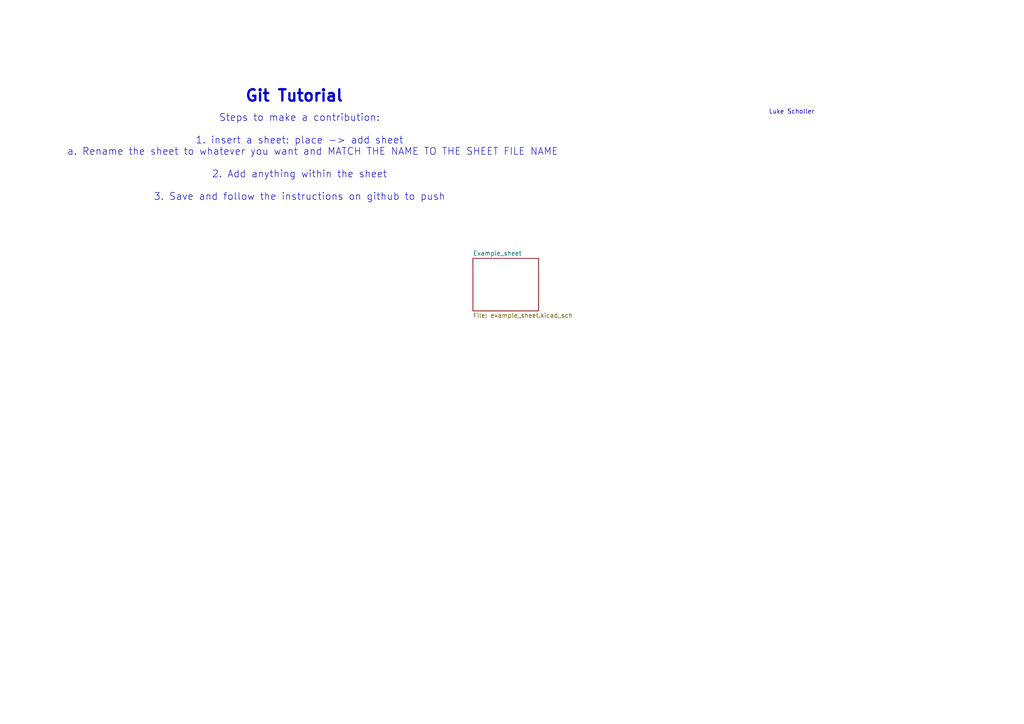
<source format=kicad_sch>
(kicad_sch
	(version 20250114)
	(generator "eeschema")
	(generator_version "9.0")
	(uuid "33790941-c5f1-475c-b881-31b2af4cb1ae")
	(paper "A4")
	(lib_symbols)
	(text "Steps to make a contribution:\n\n1. insert a sheet: place -> add sheet\n	a. Rename the sheet to whatever you want and MATCH THE NAME TO THE SHEET FILE NAME\n\n2. Add anything within the sheet\n\n3. Save and follow the instructions on github to push"
		(exclude_from_sim no)
		(at 86.868 45.72 0)
		(effects
			(font
				(size 2.032 2.032)
			)
		)
		(uuid "334d4ff0-9a31-4a88-916f-6eb908ea7326")
	)
	(text "Git Tutorial"
		(exclude_from_sim no)
		(at 85.344 27.94 0)
		(effects
			(font
				(size 3.302 3.302)
				(thickness 0.6604)
				(bold yes)
			)
		)
		(uuid "885ca54f-54fc-4cd4-b9b7-d635b68d12ec")
	)
	(text "Luke Scholler"
		(exclude_from_sim no)
		(at 229.616 32.512 0)
		(effects
			(font
				(size 1.27 1.27)
			)
		)
		(uuid "8fe90821-c2d0-461f-bd73-b9da98c48ebb")
	)
	(sheet
		(at 137.16 74.93)
		(size 19.05 15.24)
		(exclude_from_sim no)
		(in_bom yes)
		(on_board yes)
		(dnp no)
		(fields_autoplaced yes)
		(stroke
			(width 0.1524)
			(type solid)
		)
		(fill
			(color 0 0 0 0.0000)
		)
		(uuid "372e97f7-b98c-457f-9219-37793ecd52e1")
		(property "Sheetname" "Example_sheet"
			(at 137.16 74.2184 0)
			(effects
				(font
					(size 1.27 1.27)
				)
				(justify left bottom)
			)
		)
		(property "Sheetfile" "example_sheet.kicad_sch"
			(at 137.16 90.7546 0)
			(effects
				(font
					(size 1.27 1.27)
				)
				(justify left top)
			)
		)
		(instances
			(project "Git_Tutorial"
				(path "/33790941-c5f1-475c-b881-31b2af4cb1ae"
					(page "2")
				)
			)
		)
	)
	(sheet_instances
		(path "/"
			(page "1")
		)
	)
	(embedded_fonts no)
)

</source>
